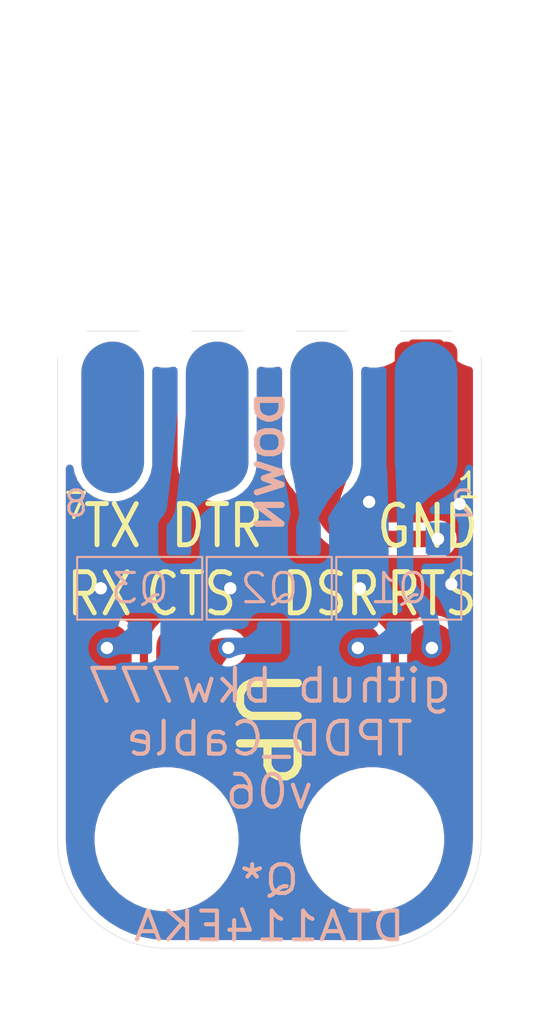
<source format=kicad_pcb>
(kicad_pcb (version 20240108) (generator "pcbnew") (generator_version "8.0")
  (title_block (title "TPDD_Cable") (date "2024-10-23") (rev "06") (company "b.kenyon.w@gmail.com"))
  (layers (0 "F.Cu" signal "Top") (31 "B.Cu" signal "Bottom") (34 "B.Paste" user) (35 "F.Paste" user) (36 "B.SilkS" user "B.Silkscreen") (37 "F.SilkS" user "F.Silkscreen") (38 "B.Mask" user) (39 "F.Mask" user) (44 "Edge.Cuts" user))
  (net 0 "")
  (net 1 "/RTS")
  (net 2 "/DTR")
  (net 3 "/RX_TTL")
  (net 4 "/CTS_TTL")
  (net 5 "GND")
  (net 6 "/DSR_TTL")
  (net 7 "/EB+")
  (net 8 "/TX")
  (net 9 "/RX")
  (net 10 "/CTS")
  (net 11 "/DSR")
  (footprint "000_LOCAL:SMD_1.2x3" (layer "F.Cu") (at 148.943 88.2295 90)
    (property "Reference" "P4" (hide yes))
    (property "Value" "RTS" (at 1.625 0 0) (layer "F.SilkS") (effects (font (size 1 0.8) (thickness 0.12)) (justify bottom)))
    (pad "1" smd oval (at 0 0 90) (size 3 1.2) (layers "F.Cu" "F.Mask") (net 1 "/RTS"))
  )
  (footprint "000_LOCAL:npth_m3" (layer "F.Cu") (at 147.493 91.9795)
    (property "Reference" "REF**" (hide yes))
    (property "Value" "npth_m3" (hide yes))
    (pad "" np_thru_hole circle (at 0 0) (size 3 3) (drill 3) (layers "F&B.Cu" "*.Mask"))
  )
  (footprint "000_LOCAL:SMD_1.2x3" (layer "F.Cu") (at 142.843 88.2295 90)
    (property "Reference" "P5" (hide yes))
    (property "Value" "CTS" (at 1.625 0.25 0) (layer "F.SilkS") (effects (font (size 1 0.8) (thickness 0.12)) (justify bottom)))
    (pad "1" smd oval (at 0 0 90) (size 3 1.2) (layers "F.Cu" "F.Mask") (net 10 "/CTS"))
  )
  (footprint "000_LOCAL:TPDD_Cable_Housing" (layer "F.Cu") (at 144.993 79.6295)
    (property "Reference" "N1" (hide yes))
    (property "Value" "TPDD_Cable Housing")
  )
  (footprint "000_LOCAL:2x4x2.54mm_edge_mount" (layer "F.Cu") (at 144.993 79.6295)
    (property "Reference" "J1" (hide yes))
    (property "Value" "TPDD_RS-232C")
    (fp_text user "8" (at -4.699 4.191 0) (layer "B.SilkS") (effects (font (size 0.6096 0.6096) (thickness 0.0762)) (justify mirror)))
    (fp_text user "2" (at 4.699 4.191 0) (layer "B.SilkS") (effects (font (size 0.6096 0.6096) (thickness 0.0762)) (justify mirror)))
    (fp_text user "7" (at -4.699 4.25 0) (layer "F.SilkS") (effects (font (size 0.6096 0.6096) (thickness 0.0762))))
    (fp_text user "1" (at 4.85 3.75 0) (layer "F.SilkS") (effects (font (size 0.6096 0.6096) (thickness 0.0762))))
    (pad "" np_thru_hole circle (at -5.08 0) (size 1.27 1.27) (drill 1.27) (layers "F&B.Cu" "*.Mask"))
    (pad "" np_thru_hole circle (at -2.54 0) (size 1.27 1.27) (drill 1.27) (layers "F&B.Cu" "*.Mask"))
    (pad "" np_thru_hole circle (at 0 0) (size 1.27 1.27) (drill 1.27) (layers "F&B.Cu" "*.Mask"))
    (pad "" np_thru_hole circle (at 2.54 0) (size 1.27 1.27) (drill 1.27) (layers "F&B.Cu" "*.Mask"))
    (pad "" np_thru_hole circle (at 5.08 0) (size 1.27 1.27) (drill 1.27) (layers "F&B.Cu" "*.Mask"))
    (pad "1" smd roundrect (at 3.81 2.0955) (size 1.524 3.683) (layers "F.Cu" "F.Mask") (roundrect_rratio 0.1666666667) (net 5 "GND"))
    (pad "2" smd oval (at 3.81 2.0955) (size 1.524 3.683) (layers "B.Cu" "B.Mask") (net 1 "/RTS"))
    (pad "3" smd oval (at 1.27 2.0955) (size 1.524 3.683) (layers "F.Cu" "F.Mask") (net 6 "/DSR_TTL"))
    (pad "4" smd oval (at 1.27 2.0955) (size 1.524 3.683) (layers "B.Cu" "B.Mask") (net 4 "/CTS_TTL"))
    (pad "5" smd oval (at -1.27 2.0955) (size 1.524 3.683) (layers "F.Cu" "F.Mask") (net 2 "/DTR"))
    (pad "6" smd oval (at -1.27 2.0955) (size 1.524 3.683) (layers "B.Cu" "B.Mask") (net 3 "/RX_TTL"))
    (pad "7" smd oval (at -3.809999 2.0955) (size 1.523998 3.683) (layers "F.Cu" "F.Mask") (net 8 "/TX"))
    (pad "8" smd oval (at -3.81 2.0955) (size 1.524 3.683) (layers "B.Cu" "B.Mask") (net 7 "/EB+"))
  )
  (footprint "000_LOCAL:npth_m3" (layer "F.Cu") (at 142.493 91.9795)
    (property "Reference" "REF**" (hide yes))
    (property "Value" "npth_m3" (hide yes))
    (pad "" np_thru_hole circle (at 0 0) (size 3 3) (drill 3) (layers "F&B.Cu" "*.Mask"))
  )
  (footprint "000_LOCAL:SMD_1.2x3" (layer "F.Cu") (at 141.043 88.2295 90)
    (property "Reference" "P3" (hide yes))
    (property "Value" "RX" (at 1.625 -0.175 0) (layer "F.SilkS") (effects (font (size 1 0.8) (thickness 0.12)) (justify bottom)))
    (pad "1" smd oval (at 0 0 90) (size 3 1.2) (layers "F.Cu" "F.Mask") (net 9 "/RX"))
  )
  (footprint "000_LOCAL:SMD_1.2x3" (layer "F.Cu") (at 147.143 88.2295 90)
    (property "Reference" "P6" (hide yes))
    (property "Value" "DSR" (at 1.625 -0.65 0) (layer "F.SilkS") (effects (font (size 1 0.8) (thickness 0.12)) (justify bottom)))
    (pad "1" smd oval (at 0 0 90) (size 3 1.2) (layers "F.Cu" "F.Mask") (net 11 "/DSR"))
  )
  (footprint "000_LOCAL:SC-59" (layer "B.Cu") (at 141.843 85.8795 -90)
    (property "Reference" "Q3" (at 0 0 0) (layer "B.SilkS") (effects (font (size 0.7112 0.7112) (thickness 0.0762)) (justify mirror)))
    (property "Value" "DTA114EKA" (hide yes))
    (fp_line (start 0.762 1.524) (end -0.762 1.524) (stroke (width 0.0508)) (layer "B.SilkS"))
    (fp_line (start -0.762 -1.516) (end -0.762 1.524) (stroke (width 0.0508)) (layer "B.SilkS"))
    (fp_line (start 0.762 -1.516) (end 0.762 1.524) (stroke (width 0.0508)) (layer "B.SilkS"))
    (fp_line (start 0.762 -1.516) (end -0.762 -1.516) (stroke (width 0.0508)) (layer "B.SilkS"))
    (pad "1" smd roundrect (at -1.2 0.95 270) (size 0.8 0.6) (layers "B.Cu" "B.Paste" "B.Mask") (roundrect_rratio 0.15) (net 5 "GND"))
    (pad "2" smd roundrect (at -1.2 -0.95 270) (size 0.8 0.6) (layers "B.Cu" "B.Paste" "B.Mask") (roundrect_rratio 0.15) (net 3 "/RX_TTL"))
    (pad "3" smd roundrect (at 1.2 0 270) (size 0.8 0.6) (layers "B.Cu" "B.Paste" "B.Mask") (roundrect_rratio 0.15) (net 9 "/RX"))
  )
  (footprint "000_LOCAL:SC-59" (layer "B.Cu") (at 148.143 85.8795 -90)
    (property "Reference" "Q1" (at 0 0 0) (layer "B.SilkS") (effects (font (size 0.7112 0.7112) (thickness 0.0762)) (justify mirror)))
    (property "Value" "DTA114EKA" (hide yes))
    (fp_line (start 0.762 1.524) (end -0.762 1.524) (stroke (width 0.0508)) (layer "B.SilkS"))
    (fp_line (start -0.762 -1.516) (end -0.762 1.524) (stroke (width 0.0508)) (layer "B.SilkS"))
    (fp_line (start 0.762 -1.516) (end 0.762 1.524) (stroke (width 0.0508)) (layer "B.SilkS"))
    (fp_line (start 0.762 -1.516) (end -0.762 -1.516) (stroke (width 0.0508)) (layer "B.SilkS"))
    (pad "1" smd roundrect (at -1.2 0.95 270) (size 0.8 0.6) (layers "B.Cu" "B.Paste" "B.Mask") (roundrect_rratio 0.15) (net 5 "GND"))
    (pad "2" smd roundrect (at -1.2 -0.95 270) (size 0.8 0.6) (layers "B.Cu" "B.Paste" "B.Mask") (roundrect_rratio 0.15) (net 6 "/DSR_TTL"))
    (pad "3" smd roundrect (at 1.2 0 270) (size 0.8 0.6) (layers "B.Cu" "B.Paste" "B.Mask") (roundrect_rratio 0.15) (net 11 "/DSR"))
  )
  (footprint "000_LOCAL:SC-59" (layer "B.Cu") (at 144.993 85.8795 -90)
    (property "Reference" "Q2" (at 0 0 0) (layer "B.SilkS") (effects (font (size 0.7112 0.7112) (thickness 0.0762)) (justify mirror)))
    (property "Value" "DTA114EKA" (hide yes))
    (fp_line (start 0.762 1.524) (end -0.762 1.524) (stroke (width 0.0508)) (layer "B.SilkS"))
    (fp_line (start -0.762 -1.516) (end -0.762 1.524) (stroke (width 0.0508)) (layer "B.SilkS"))
    (fp_line (start 0.762 -1.516) (end 0.762 1.524) (stroke (width 0.0508)) (layer "B.SilkS"))
    (fp_line (start 0.762 -1.516) (end -0.762 -1.516) (stroke (width 0.0508)) (layer "B.SilkS"))
    (pad "1" smd roundrect (at -1.2 0.95 270) (size 0.8 0.6) (layers "B.Cu" "B.Paste" "B.Mask") (roundrect_rratio 0.15) (net 5 "GND"))
    (pad "2" smd roundrect (at -1.2 -0.95 270) (size 0.8 0.6) (layers "B.Cu" "B.Paste" "B.Mask") (roundrect_rratio 0.15) (net 4 "/CTS_TTL"))
    (pad "3" smd roundrect (at 1.2 0 270) (size 0.8 0.6) (layers "B.Cu" "B.Paste" "B.Mask") (roundrect_rratio 0.15) (net 10 "/CTS"))
  )
  (gr_line (start 142.493 94.6295) (end 147.493 94.6295) (stroke (width 0.0127)) (layer "Edge.Cuts"))
  (gr_line (start 150.143 91.9795) (end 150.143 79.6295) (stroke (width 0.0127)) (layer "Edge.Cuts"))
  (gr_arc (start 150.143 91.9795) (mid 149.366833 93.853333) (end 147.493 94.6295) (stroke (width 0.0127)) (layer "Edge.Cuts"))
  (gr_arc (start 142.493 94.6295) (mid 140.619167 93.853333) (end 139.843 91.9795) (stroke (width 0.0127)) (layer "Edge.Cuts"))
  (gr_line (start 139.843 91.9795) (end 139.843 79.6295) (stroke (width 0.0127)) (layer "Edge.Cuts"))
  (gr_line (start 139.843 79.6295) (end 150.143 79.6295) (stroke (width 0.0127)) (layer "Edge.Cuts"))
  (gr_text "Q*\n${00000000-0000-0000-0000-00005d2d4345:VALUE}" (at 144.993 94.5045 0) (layer "B.SilkS") (effects (font (size 0.7 0.8) (thickness 0.1)) (justify bottom mirror)))
  (gr_text "DOWN" (at 145.0184 82.8045 90) (layer "B.SilkS") (effects (font (size 0.6 0.8) (thickness 0.15) (bold yes)) (justify mirror)))
  (gr_text "github bkw777\nTPDD_Cable\nv${REVISION}" (at 144.993 89.5355 0) (layer "B.SilkS") (effects (font (size 0.8 0.8) (thickness 0.1)) (justify mirror)))
  (gr_text "GND" (at 147.543 84.3795 0) (layer "F.SilkS") (effects (font (size 1 0.8) (thickness 0.12)) (justify left)))
  (gr_text "TX" (at 141.183 83.7795 0) (layer "F.SilkS") (effects (font (size 1 0.8) (thickness 0.12)) (justify top)))
  (gr_text "UP" (at 144.9168 89.2815 270) (layer "F.SilkS") (effects (font (size 1.4 1.4) (thickness 0.2) (bold yes))))
  (gr_text "DTR" (at 143.723 83.7795 0) (layer "F.SilkS") (effects (font (size 1 0.8) (thickness 0.12)) (justify top)))
  (via (at 148.943 87.3295) (size 0.5) (drill 0.3) (layers "F.Cu" "B.Cu") (net 1))
  (segment (start 148.293 85.440286) (end 148.293 82.235) (width 0.4) (layer "B.Cu") (net 1))
  (segment (start 148.943 87.3295) (end 148.943 86.918714) (width 0.4) (layer "B.Cu") (net 1))
  (segment (start 148.293 82.235) (end 148.803 81.725) (width 0.4) (layer "B.Cu") (net 1))
  (segment (start 148.650107 86.211607) (end 148.585893 86.147393) (width 0.4) (layer "B.Cu") (net 1))
  (arc (start 148.650107 86.211607) (mid 148.86688 86.53603) (end 148.943 86.918714) (width 0.4) (layer "B.Cu") (net 1))
  (arc (start 148.293 85.440286) (mid 148.36912 85.822969) (end 148.585893 86.147393) (width 0.4) (layer "B.Cu") (net 1))
  (segment (start 143.185893 83.436607) (end 143.723 82.8995) (width 0.4) (layer "B.Cu") (net 3))
  (segment (start 142.893 84.5795) (end 142.893 84.143714) (width 0.4) (layer "B.Cu") (net 3))
  (segment (start 142.793 84.6795) (end 142.893 84.5795) (width 0.4) (layer "B.Cu") (net 3))
  (segment (start 143.723 82.8995) (end 143.723 81.725) (width 0.4) (layer "B.Cu") (net 3))
  (arc (start 142.893 84.143714) (mid 142.96912 83.761031) (end 143.185893 83.436607) (width 0.4) (layer "B.Cu") (net 3))
  (segment (start 145.943 84.6795) (end 145.943 82.045) (width 0.4) (layer "B.Cu") (net 4))
  (segment (start 145.943 82.045) (end 146.263 81.725) (width 0.4) (layer "B.Cu") (net 4))
  (via (at 149.618 83.8295) (size 0.5) (drill 0.3) (layers "F.Cu" "B.Cu") (net 5))
  (via (at 144.043 85.8795) (size 0.5) (drill 0.3) (layers "F.Cu" "B.Cu") (net 5))
  (via (at 147.193 85.8795) (size 0.5) (drill 0.3) (layers "F.Cu" "B.Cu") (net 5))
  (via (at 140.893 85.8795) (size 0.5) (drill 0.3) (layers "F.Cu" "B.Cu") (net 5))
  (via (at 147.418 83.7795) (size 0.5) (drill 0.3) (layers "F.Cu" "B.Cu") (net 5))
  (via (at 149.418 85.7795) (size 0.5) (drill 0.3) (layers "F.Cu" "B.Cu") (net 5))
  (segment (start 147.263 84.6795) (end 149.093 84.6795) (width 0.4) (layer "F.Cu") (net 6))
  (segment (start 146.263 81.725) (end 146.263 83.6795) (width 0.4) (layer "F.Cu") (net 6))
  (via (at 149.093 84.6795) (size 0.5) (drill 0.3) (layers "F.Cu" "B.Cu") (net 6))
  (arc (start 147.263 84.6795) (mid 146.555893 84.386607) (end 146.263 83.6795) (width 0.4) (layer "F.Cu") (net 6))
  (segment (start 149.091981 84.680519) (end 149.093 84.6795) (width 0.4) (layer "B.Cu") (net 6))
  (via (at 141.043 87.3295) (size 0.5) (drill 0.3) (layers "F.Cu" "B.Cu") (net 9))
  (segment (start 141.043 87.3295) (end 141.093 87.2795) (width 0.4) (layer "B.Cu") (net 9))
  (segment (start 141.093 87.2795) (end 141.643 87.2795) (width 0.4) (layer "B.Cu") (net 9))
  (segment (start 141.643 87.2795) (end 141.843 87.0795) (width 0.4) (layer "B.Cu") (net 9))
  (segment (start 142.843 87.3295) (end 142.843 88.2295) (width 0.4) (layer "F.Cu") (net 10))
  (segment (start 143.993 87.3295) (end 142.843 87.3295) (width 0.4) (layer "F.Cu") (net 10))
  (via (at 143.993 87.3295) (size 0.5) (drill 0.3) (layers "F.Cu" "B.Cu") (net 10))
  (segment (start 144.793 87.2795) (end 144.993 87.0795) (width 0.4) (layer "B.Cu") (net 10))
  (segment (start 143.993 87.3295) (end 144.043 87.2795) (width 0.4) (layer "B.Cu") (net 10))
  (segment (start 144.043 87.2795) (end 144.793 87.2795) (width 0.4) (layer "B.Cu") (net 10))
  (via (at 147.143 87.3295) (size 0.5) (drill 0.3) (layers "F.Cu" "B.Cu") (net 11))
  (segment (start 148.143 87.0795) (end 147.943 87.2795) (width 0.4) (layer "B.Cu") (net 11))
  (segment (start 147.193 87.2795) (end 147.143 87.3295) (width 0.4) (layer "B.Cu") (net 11))
  (segment (start 147.943 87.2795) (end 147.193 87.2795) (width 0.4) (layer "B.Cu") (net 11))
  (zone (net 5) (net_name "GND") (layers "F&B.Cu") (connect_pads yes (clearance 0.2)) (min_thickness 0.19) (fill yes (thermal_gap 0.2) (thermal_bridge_width 0.4) (smoothing fillet) (radius 0.1))
    (polygon (pts (xy 150.493 94.6295) (xy 139.493 94.6295) (xy 139.493 79.6295) (xy 150.493 79.6295)))
  )
)
</source>
